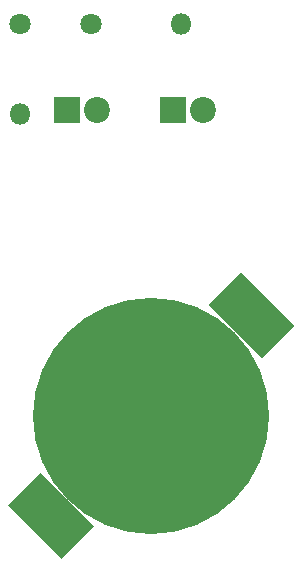
<source format=gbs>
G04 #@! TF.FileFunction,Soldermask,Bot*
%FSLAX46Y46*%
G04 Gerber Fmt 4.6, Leading zero omitted, Abs format (unit mm)*
G04 Created by KiCad (PCBNEW 4.0.7) date 09/06/18 00:21:24*
%MOMM*%
%LPD*%
G01*
G04 APERTURE LIST*
%ADD10C,0.100000*%
%ADD11C,20.000000*%
%ADD12R,2.200000X2.200000*%
%ADD13C,2.200000*%
%ADD14C,1.800000*%
%ADD15O,1.800000X1.800000*%
G04 APERTURE END LIST*
D10*
G36*
X161998602Y-102526881D02*
X157473119Y-98001398D01*
X160230836Y-95243681D01*
X164756319Y-99769164D01*
X161998602Y-102526881D01*
X161998602Y-102526881D01*
G37*
D11*
X169600000Y-90400000D03*
D10*
G36*
X178969164Y-85556319D02*
X174443681Y-81030836D01*
X177201398Y-78273119D01*
X181726881Y-82798602D01*
X178969164Y-85556319D01*
X178969164Y-85556319D01*
G37*
D12*
X162500000Y-64500000D03*
D13*
X165040000Y-64500000D03*
D12*
X171500000Y-64500000D03*
D13*
X174040000Y-64500000D03*
D14*
X158500000Y-57250000D03*
D15*
X158500000Y-64870000D03*
D14*
X164500000Y-57250000D03*
D15*
X172120000Y-57250000D03*
M02*

</source>
